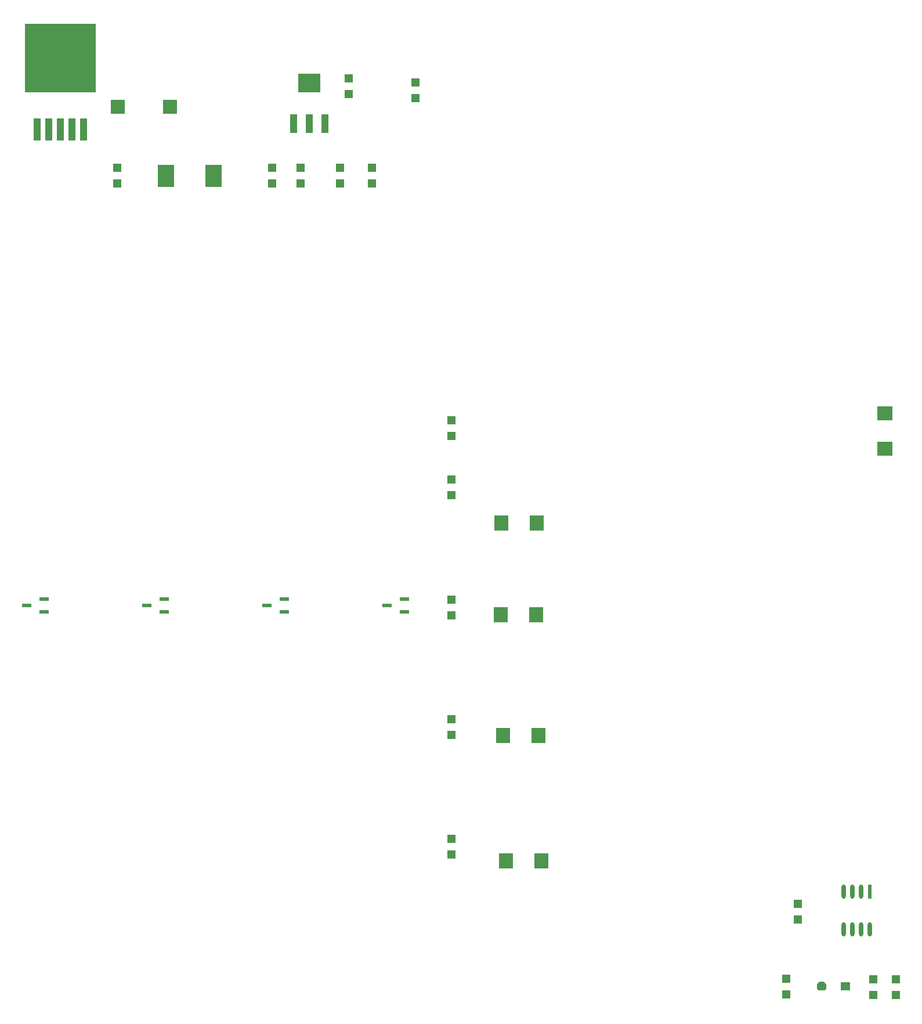
<source format=gtp>
G04*
G04 #@! TF.GenerationSoftware,Altium Limited,Altium Designer,22.3.1 (43)*
G04*
G04 Layer_Color=8421504*
%FSLAX25Y25*%
%MOIN*%
G70*
G04*
G04 #@! TF.SameCoordinates,42F2F30E-D50D-475D-B1A6-53A476FFABF4*
G04*
G04*
G04 #@! TF.FilePolarity,Positive*
G04*
G01*
G75*
%ADD20R,0.08061X0.08823*%
%ADD21R,0.08823X0.08061*%
%ADD22R,0.05000X0.05000*%
%ADD23R,0.05512X0.02362*%
%ADD24R,0.04134X0.12598*%
%ADD25R,0.41142X0.39370*%
%ADD26O,0.02362X0.08268*%
%ADD27R,0.02362X0.08268*%
%ADD28R,0.12992X0.10630*%
%ADD29R,0.03937X0.10630*%
%ADD30R,0.07874X0.07874*%
G04:AMPARAMS|DCode=31|XSize=55mil|YSize=50mil|CornerRadius=0mil|HoleSize=0mil|Usage=FLASHONLY|Rotation=180.000|XOffset=0mil|YOffset=0mil|HoleType=Round|Shape=Octagon|*
%AMOCTAGOND31*
4,1,8,-0.02750,0.01250,-0.02750,-0.01250,-0.01500,-0.02500,0.01500,-0.02500,0.02750,-0.01250,0.02750,0.01250,0.01500,0.02500,-0.01500,0.02500,-0.02750,0.01250,0.0*
%
%ADD31OCTAGOND31*%

%ADD32R,0.05500X0.05000*%
%ADD33R,0.09449X0.12992*%
D20*
X318798Y94500D02*
D03*
X339202D02*
D03*
X317298Y166500D02*
D03*
X337702D02*
D03*
X315798Y236000D02*
D03*
X336202D02*
D03*
X316298Y288500D02*
D03*
X336702D02*
D03*
D21*
X536500Y331298D02*
D03*
Y351702D02*
D03*
D22*
X287500Y107375D02*
D03*
Y98375D02*
D03*
X184500Y483500D02*
D03*
Y492500D02*
D03*
X287500Y338500D02*
D03*
Y347500D02*
D03*
Y235792D02*
D03*
Y244792D02*
D03*
Y304500D02*
D03*
Y313500D02*
D03*
Y167083D02*
D03*
Y176083D02*
D03*
X486500Y70000D02*
D03*
Y61000D02*
D03*
X228500Y535000D02*
D03*
Y544000D02*
D03*
X267000Y532500D02*
D03*
Y541500D02*
D03*
X480000Y27000D02*
D03*
Y18000D02*
D03*
X530000Y26500D02*
D03*
Y17500D02*
D03*
X543000Y26500D02*
D03*
Y17500D02*
D03*
X242000Y492500D02*
D03*
Y483500D02*
D03*
X223500Y492500D02*
D03*
Y483500D02*
D03*
X201000Y492500D02*
D03*
Y483500D02*
D03*
X95500D02*
D03*
Y492500D02*
D03*
D23*
X250500Y241260D02*
D03*
X260397Y245000D02*
D03*
Y237520D02*
D03*
X191431D02*
D03*
Y245000D02*
D03*
X181534Y241260D02*
D03*
X122466Y237520D02*
D03*
Y245000D02*
D03*
X112569Y241260D02*
D03*
X53500Y237520D02*
D03*
Y245000D02*
D03*
X43603Y241260D02*
D03*
D24*
X56307Y514500D02*
D03*
X69693D02*
D03*
X63000D02*
D03*
X76386D02*
D03*
X49614D02*
D03*
D25*
X63000Y555500D02*
D03*
D26*
X513000Y55173D02*
D03*
X523000Y76827D02*
D03*
X518000D02*
D03*
X513000D02*
D03*
X528000Y55173D02*
D03*
X523000D02*
D03*
X518000D02*
D03*
D27*
X528000Y76827D02*
D03*
D28*
X206000Y541244D02*
D03*
D29*
Y518016D02*
D03*
X215055D02*
D03*
X196945D02*
D03*
D30*
X96000Y527801D02*
D03*
X126000D02*
D03*
D31*
X500250Y22500D02*
D03*
D32*
X513750D02*
D03*
D33*
X123638Y487984D02*
D03*
X151000D02*
D03*
M02*

</source>
